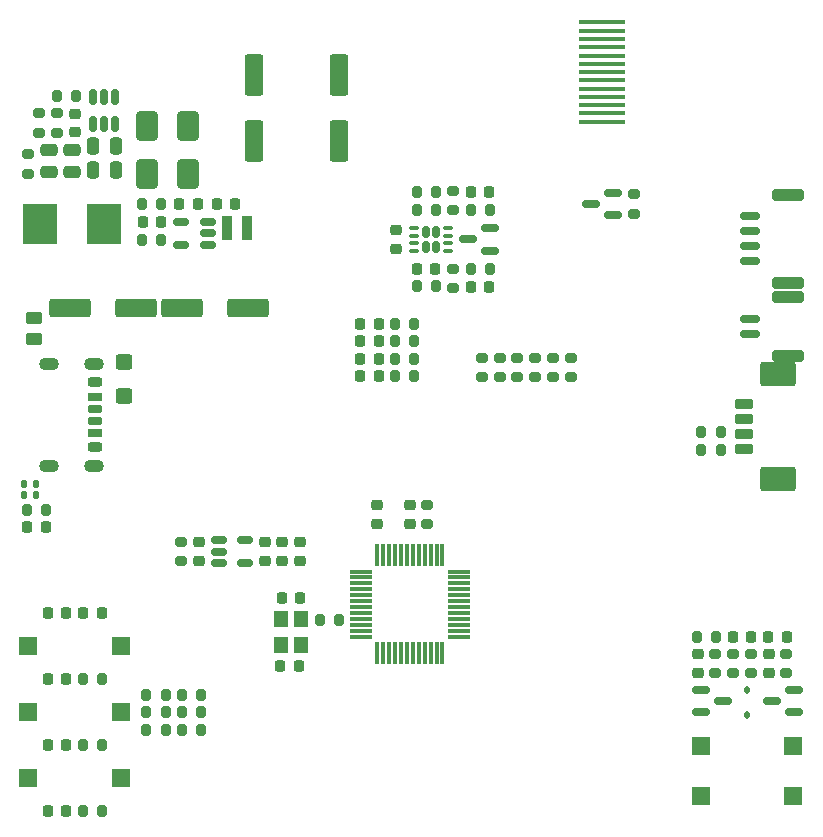
<source format=gtp>
G04 Layer: BottomSilkscreenLayer*
G04 EasyEDA v6.5.25, 2024-03-20 21:11:36*
G04 Gerber Generator version 0.2*
G04 Scale: 100 percent, Rotated: No, Reflected: No *
G04 Dimensions in millimeters  *
G04 leading zeros omitted , absolute positions ,3 integer and 6 decimal *
%TF.GenerationSoftware,KiCad,Pcbnew,8.0.3*%
%TF.CreationDate,2024-07-16T23:41:29+08:00*%
%TF.ProjectId,mspm0,6d73706d-302e-46b6-9963-61645f706362,rev?*%
%TF.SameCoordinates,Original*%
%TF.FileFunction,Paste,Top*%
%TF.FilePolarity,Positive*%
%FSLAX46Y46*%
G04 Gerber Fmt 4.6, Leading zero omitted, Abs format (unit mm)*
G04 Created by KiCad (PCBNEW 8.0.3) date 2024-07-16 23:41:29*
%MOMM*%
%LPD*%
G01*
G04 APERTURE LIST*
G04 Aperture macros list*
%AMRoundRect*
0 Rectangle with rounded corners*
0 $1 Rounding radius*
0 $2 $3 $4 $5 $6 $7 $8 $9 X,Y pos of 4 corners*
0 Add a 4 corners polygon primitive as box body*
4,1,4,$2,$3,$4,$5,$6,$7,$8,$9,$2,$3,0*
0 Add four circle primitives for the rounded corners*
1,1,$1+$1,$2,$3*
1,1,$1+$1,$4,$5*
1,1,$1+$1,$6,$7*
1,1,$1+$1,$8,$9*
0 Add four rect primitives between the rounded corners*
20,1,$1+$1,$2,$3,$4,$5,0*
20,1,$1+$1,$4,$5,$6,$7,0*
20,1,$1+$1,$6,$7,$8,$9,0*
20,1,$1+$1,$8,$9,$2,$3,0*%
G04 Aperture macros list end*
%ADD10RoundRect,0.225000X-0.250000X0.225000X-0.250000X-0.225000X0.250000X-0.225000X0.250000X0.225000X0*%
%ADD11O,4.000500X0.399000*%
%ADD12RoundRect,0.225000X-0.225000X-0.250000X0.225000X-0.250000X0.225000X0.250000X-0.225000X0.250000X0*%
%ADD13RoundRect,0.200000X0.200000X0.275000X-0.200000X0.275000X-0.200000X-0.275000X0.200000X-0.275000X0*%
%ADD14RoundRect,0.200000X0.275000X-0.200000X0.275000X0.200000X-0.275000X0.200000X-0.275000X-0.200000X0*%
%ADD15RoundRect,0.250000X0.450000X-0.400000X0.450000X0.400000X-0.450000X0.400000X-0.450000X-0.400000X0*%
%ADD16RoundRect,0.200000X-0.275000X0.200000X-0.275000X-0.200000X0.275000X-0.200000X0.275000X0.200000X0*%
%ADD17RoundRect,0.200000X-0.200000X-0.275000X0.200000X-0.275000X0.200000X0.275000X-0.200000X0.275000X0*%
%ADD18RoundRect,0.250000X0.250000X0.475000X-0.250000X0.475000X-0.250000X-0.475000X0.250000X-0.475000X0*%
%ADD19RoundRect,0.218750X0.218750X0.256250X-0.218750X0.256250X-0.218750X-0.256250X0.218750X-0.256250X0*%
%ADD20RoundRect,0.250000X-1.500000X-0.550000X1.500000X-0.550000X1.500000X0.550000X-1.500000X0.550000X0*%
%ADD21R,1.200000X1.400000*%
%ADD22RoundRect,0.225000X0.225000X0.250000X-0.225000X0.250000X-0.225000X-0.250000X0.225000X-0.250000X0*%
%ADD23R,0.850000X2.000000*%
%ADD24RoundRect,0.150000X0.587500X0.150000X-0.587500X0.150000X-0.587500X-0.150000X0.587500X-0.150000X0*%
%ADD25RoundRect,0.150000X-0.512500X-0.150000X0.512500X-0.150000X0.512500X0.150000X-0.512500X0.150000X0*%
%ADD26RoundRect,0.150000X0.512500X0.150000X-0.512500X0.150000X-0.512500X-0.150000X0.512500X-0.150000X0*%
%ADD27RoundRect,0.218750X-0.256250X0.218750X-0.256250X-0.218750X0.256250X-0.218750X0.256250X0.218750X0*%
%ADD28RoundRect,0.135000X0.135000X0.185000X-0.135000X0.185000X-0.135000X-0.185000X0.135000X-0.185000X0*%
%ADD29RoundRect,0.250000X-0.650000X1.000000X-0.650000X-1.000000X0.650000X-1.000000X0.650000X1.000000X0*%
%ADD30RoundRect,0.160000X-0.160000X-0.325000X0.160000X-0.325000X0.160000X0.325000X-0.160000X0.325000X0*%
%ADD31RoundRect,0.075000X-0.350000X-0.075000X0.350000X-0.075000X0.350000X0.075000X-0.350000X0.075000X0*%
%ADD32RoundRect,0.150000X0.150000X-0.512500X0.150000X0.512500X-0.150000X0.512500X-0.150000X-0.512500X0*%
%ADD33R,1.500000X1.500000*%
%ADD34RoundRect,0.250000X0.550000X-1.500000X0.550000X1.500000X-0.550000X1.500000X-0.550000X-1.500000X0*%
%ADD35RoundRect,0.250000X0.475000X-0.250000X0.475000X0.250000X-0.475000X0.250000X-0.475000X-0.250000X0*%
%ADD36RoundRect,0.250000X0.650000X-1.000000X0.650000X1.000000X-0.650000X1.000000X-0.650000X-1.000000X0*%
%ADD37RoundRect,0.150000X0.700000X-0.150000X0.700000X0.150000X-0.700000X0.150000X-0.700000X-0.150000X0*%
%ADD38RoundRect,0.250000X1.100000X-0.250000X1.100000X0.250000X-1.100000X0.250000X-1.100000X-0.250000X0*%
%ADD39RoundRect,0.250000X1.500000X0.550000X-1.500000X0.550000X-1.500000X-0.550000X1.500000X-0.550000X0*%
%ADD40RoundRect,0.225000X0.250000X-0.225000X0.250000X0.225000X-0.250000X0.225000X-0.250000X-0.225000X0*%
%ADD41RoundRect,0.150000X-0.587500X-0.150000X0.587500X-0.150000X0.587500X0.150000X-0.587500X0.150000X0*%
%ADD42RoundRect,0.250000X0.450000X-0.262500X0.450000X0.262500X-0.450000X0.262500X-0.450000X-0.262500X0*%
%ADD43R,2.950000X3.500000*%
%ADD44RoundRect,0.175000X-0.425000X0.175000X-0.425000X-0.175000X0.425000X-0.175000X0.425000X0.175000X0*%
%ADD45RoundRect,0.190000X0.410000X-0.190000X0.410000X0.190000X-0.410000X0.190000X-0.410000X-0.190000X0*%
%ADD46RoundRect,0.200000X0.400000X-0.200000X0.400000X0.200000X-0.400000X0.200000X-0.400000X-0.200000X0*%
%ADD47RoundRect,0.175000X0.425000X-0.175000X0.425000X0.175000X-0.425000X0.175000X-0.425000X-0.175000X0*%
%ADD48RoundRect,0.190000X-0.410000X0.190000X-0.410000X-0.190000X0.410000X-0.190000X0.410000X0.190000X0*%
%ADD49RoundRect,0.200000X-0.400000X0.200000X-0.400000X-0.200000X0.400000X-0.200000X0.400000X0.200000X0*%
%ADD50O,1.700000X1.100000*%
%ADD51RoundRect,0.200000X0.600000X-0.200000X0.600000X0.200000X-0.600000X0.200000X-0.600000X-0.200000X0*%
%ADD52RoundRect,0.250001X1.249999X-0.799999X1.249999X0.799999X-1.249999X0.799999X-1.249999X-0.799999X0*%
%ADD53R,1.955236X0.312473*%
%ADD54R,0.312473X1.955236*%
%ADD55RoundRect,0.112500X0.112500X-0.187500X0.112500X0.187500X-0.112500X0.187500X-0.112500X-0.187500X0*%
G04 APERTURE END LIST*
D10*
%TO.C,C4*%
X122224999Y-43324999D03*
X122224999Y-44874999D03*
%TD*%
D11*
%TO.C,S1*%
X166850250Y-44000500D03*
X166850250Y-43299500D03*
X166850250Y-42601000D03*
X166850250Y-41900000D03*
X166850250Y-41199000D03*
X166850250Y-40500500D03*
X166850250Y-39799500D03*
X166850250Y-39101000D03*
X166850250Y-38400000D03*
X166850250Y-37699000D03*
X166850250Y-37000500D03*
X166850250Y-36299500D03*
X166850250Y-35601000D03*
%TD*%
D12*
%TO.C,C28*%
X139625000Y-90100000D03*
X141175000Y-90100000D03*
%TD*%
D13*
%TO.C,R45*%
X124525000Y-96800000D03*
X122875000Y-96800000D03*
%TD*%
D14*
%TO.C,R3*%
X118224998Y-48399999D03*
X118224998Y-46749999D03*
%TD*%
D13*
%TO.C,R1*%
X122349999Y-41800000D03*
X120699999Y-41800000D03*
%TD*%
D15*
%TO.C,D8*%
X126400000Y-67250000D03*
X126400000Y-64350000D03*
%TD*%
D16*
%TO.C,R35*%
X177958400Y-89045000D03*
X177958400Y-90695000D03*
%TD*%
D17*
%TO.C,R9*%
X155731250Y-51468749D03*
X157381250Y-51468749D03*
%TD*%
D18*
%TO.C,C8*%
X125674999Y-48065000D03*
X123774999Y-48065000D03*
%TD*%
D19*
%TO.C,D5*%
X147966900Y-62603600D03*
X146391900Y-62603600D03*
%TD*%
D20*
%TO.C,C16*%
X121800000Y-59800000D03*
X127400000Y-59800000D03*
%TD*%
D16*
%TO.C,R34*%
X176458400Y-89045000D03*
X176458400Y-90695000D03*
%TD*%
D21*
%TO.C,Y1*%
X139650000Y-86100000D03*
X139650000Y-88300000D03*
X141350000Y-88300000D03*
X141350000Y-86100000D03*
%TD*%
D12*
%TO.C,C31*%
X119925000Y-102400000D03*
X121475000Y-102400000D03*
%TD*%
D22*
%TO.C,C25*%
X179483400Y-87653400D03*
X177933400Y-87653400D03*
%TD*%
D23*
%TO.C,L2*%
X136762499Y-53000000D03*
X135112499Y-53000000D03*
%TD*%
D24*
%TO.C,Q3*%
X183087500Y-94020000D03*
X183087500Y-92120000D03*
X181212500Y-93070000D03*
%TD*%
D16*
%TO.C,R19*%
X158200000Y-63975000D03*
X158200000Y-65625000D03*
%TD*%
D17*
%TO.C,R44*%
X131275000Y-95500000D03*
X132925000Y-95500000D03*
%TD*%
%TO.C,R4*%
X151156250Y-49931249D03*
X152806250Y-49931249D03*
%TD*%
D13*
%TO.C,R16*%
X150975000Y-62603600D03*
X149325000Y-62603600D03*
%TD*%
D25*
%TO.C,U5*%
X134400000Y-79450000D03*
X134400000Y-80400000D03*
X134400000Y-81350000D03*
X136675000Y-81350000D03*
X136675000Y-79450000D03*
%TD*%
D18*
%TO.C,C5*%
X125674999Y-46100000D03*
X123774999Y-46100000D03*
%TD*%
D26*
%TO.C,U3*%
X133475000Y-54400000D03*
X133475000Y-53450000D03*
X133475000Y-52500000D03*
X131200000Y-52500000D03*
X131200000Y-54400000D03*
%TD*%
D27*
%TO.C,D12*%
X180958400Y-89082501D03*
X180958400Y-90657501D03*
%TD*%
D10*
%TO.C,C21*%
X138337500Y-79625000D03*
X138337500Y-81175000D03*
%TD*%
D16*
%TO.C,R18*%
X156710000Y-63975000D03*
X156710000Y-65625000D03*
%TD*%
D17*
%TO.C,R41*%
X128275000Y-94000000D03*
X129925000Y-94000000D03*
%TD*%
%TO.C,R6*%
X127912500Y-51000000D03*
X129562500Y-51000000D03*
%TD*%
D14*
%TO.C,R37*%
X182458400Y-90695000D03*
X182458400Y-89045000D03*
%TD*%
D28*
%TO.C,R27*%
X118960000Y-74660001D03*
X117940000Y-74660001D03*
%TD*%
D12*
%TO.C,C30*%
X119925000Y-96800000D03*
X121475000Y-96800000D03*
%TD*%
D19*
%TO.C,D11*%
X124487500Y-85600000D03*
X122912500Y-85600000D03*
%TD*%
D22*
%TO.C,C14*%
X152756250Y-56468749D03*
X151206250Y-56468749D03*
%TD*%
D13*
%TO.C,R17*%
X150975000Y-64076800D03*
X149325000Y-64076800D03*
%TD*%
D17*
%TO.C,R33*%
X174883400Y-87653400D03*
X176533400Y-87653400D03*
%TD*%
D14*
%TO.C,C3*%
X119224999Y-44925000D03*
X119224999Y-43275000D03*
%TD*%
D29*
%TO.C,D1*%
X128300000Y-44399999D03*
X128300000Y-48400001D03*
%TD*%
D12*
%TO.C,C26*%
X180933400Y-87653400D03*
X182483400Y-87653400D03*
%TD*%
D30*
%TO.C,U4*%
X151968750Y-53368749D03*
X151968750Y-54568749D03*
X152768750Y-53368749D03*
X152768750Y-54568749D03*
D31*
X150918750Y-52993749D03*
X150918750Y-53643749D03*
X150918750Y-54293749D03*
X150918750Y-54943749D03*
X153818750Y-54943749D03*
X153818750Y-54293749D03*
X153818750Y-53643749D03*
X153818750Y-52993749D03*
%TD*%
D28*
%TO.C,R28*%
X118960000Y-75600000D03*
X117940000Y-75600000D03*
%TD*%
D13*
%TO.C,R46*%
X124525000Y-102400000D03*
X122875000Y-102400000D03*
%TD*%
D16*
%TO.C,R31*%
X131237500Y-79575000D03*
X131237500Y-81225000D03*
%TD*%
D13*
%TO.C,R38*%
X124525000Y-91200000D03*
X122875000Y-91200000D03*
%TD*%
D16*
%TO.C,R20*%
X159700000Y-63975000D03*
X159700000Y-65625000D03*
%TD*%
D17*
%TO.C,R39*%
X128275000Y-92500000D03*
X129925000Y-92500000D03*
%TD*%
D22*
%TO.C,C9*%
X157331250Y-49968749D03*
X155781250Y-49968749D03*
%TD*%
D32*
%TO.C,U2*%
X123764999Y-44187500D03*
X124714999Y-44187500D03*
X125664999Y-44187500D03*
X125664999Y-41912500D03*
X124714999Y-41912500D03*
X123764999Y-41912500D03*
%TD*%
D10*
%TO.C,C22*%
X139800000Y-79625000D03*
X139800000Y-81175000D03*
%TD*%
D33*
%TO.C,SW1*%
X118300000Y-88400000D03*
X126100000Y-88400000D03*
%TD*%
D34*
%TO.C,C1*%
X137400000Y-45650000D03*
X137400000Y-40050000D03*
%TD*%
D35*
%TO.C,C6*%
X120014999Y-48299999D03*
X120014999Y-46399999D03*
%TD*%
D22*
%TO.C,C11*%
X135812500Y-51000000D03*
X134262500Y-51000000D03*
%TD*%
D10*
%TO.C,C19*%
X150600000Y-76475000D03*
X150600000Y-78025000D03*
%TD*%
D33*
%TO.C,SW2*%
X118300000Y-94000000D03*
X126100000Y-94000000D03*
%TD*%
D36*
%TO.C,D2*%
X131800000Y-48400000D03*
X131800000Y-44400000D03*
%TD*%
D13*
%TO.C,R25*%
X176925000Y-70300000D03*
X175275000Y-70300000D03*
%TD*%
D10*
%TO.C,C13*%
X149456250Y-53193749D03*
X149456250Y-54743749D03*
%TD*%
D33*
%TO.C,SW5*%
X183050000Y-101070000D03*
X175250000Y-101070000D03*
%TD*%
D37*
%TO.C,J5*%
X179400000Y-55775000D03*
X179400000Y-54525000D03*
X179400000Y-53275000D03*
X179400000Y-52025000D03*
D38*
X182600000Y-57625000D03*
X182600000Y-50175000D03*
%TD*%
D13*
%TO.C,R11*%
X157381250Y-56468749D03*
X155731250Y-56468749D03*
%TD*%
D22*
%TO.C,C15*%
X157331250Y-57968749D03*
X155781250Y-57968749D03*
%TD*%
D13*
%TO.C,R10*%
X129562500Y-54000000D03*
X127912500Y-54000000D03*
%TD*%
D34*
%TO.C,C2*%
X144549999Y-45650000D03*
X144549999Y-40050000D03*
%TD*%
D17*
%TO.C,R42*%
X131275000Y-94000000D03*
X132925000Y-94000000D03*
%TD*%
D22*
%TO.C,C24*%
X141275000Y-84300000D03*
X139725000Y-84300000D03*
%TD*%
D19*
%TO.C,D9*%
X119787500Y-78350000D03*
X118212500Y-78350000D03*
%TD*%
D39*
%TO.C,C17*%
X136900000Y-59800000D03*
X131300000Y-59800000D03*
%TD*%
D16*
%TO.C,R2*%
X120724998Y-43274999D03*
X120724998Y-44924999D03*
%TD*%
D13*
%TO.C,R26*%
X176925000Y-71810001D03*
X175275000Y-71810001D03*
%TD*%
D17*
%TO.C,R43*%
X128275000Y-95500000D03*
X129925000Y-95500000D03*
%TD*%
D16*
%TO.C,R12*%
X154256250Y-56443749D03*
X154256250Y-58093749D03*
%TD*%
D19*
%TO.C,D7*%
X147966900Y-65552000D03*
X146391900Y-65552000D03*
%TD*%
D40*
%TO.C,C18*%
X147850000Y-78025000D03*
X147850000Y-76475000D03*
%TD*%
D41*
%TO.C,Q2*%
X175212500Y-92120000D03*
X175212500Y-94020000D03*
X177087500Y-93070000D03*
%TD*%
D42*
%TO.C,R15*%
X118800000Y-62425000D03*
X118800000Y-60600000D03*
%TD*%
D12*
%TO.C,C29*%
X119925000Y-91200000D03*
X121475000Y-91200000D03*
%TD*%
D24*
%TO.C,Q1*%
X167787500Y-51900000D03*
X167787500Y-50000000D03*
X165912500Y-50950000D03*
%TD*%
D10*
%TO.C,C20*%
X132737500Y-79625000D03*
X132737500Y-81175000D03*
%TD*%
D19*
%TO.C,D4*%
X147966900Y-61130400D03*
X146391900Y-61130400D03*
%TD*%
D16*
%TO.C,R23*%
X164200000Y-63975000D03*
X164200000Y-65625000D03*
%TD*%
D43*
%TO.C,L1*%
X124700000Y-52700000D03*
X119250000Y-52700000D03*
%TD*%
D19*
%TO.C,D10*%
X121487500Y-85600000D03*
X119912500Y-85600000D03*
%TD*%
D44*
%TO.C,J10*%
X123955000Y-68300000D03*
D45*
X123955000Y-70320000D03*
D46*
X123955000Y-71550000D03*
D47*
X123955000Y-69300000D03*
D48*
X123955000Y-67280000D03*
D49*
X123955000Y-66050000D03*
D50*
X123875000Y-64480000D03*
X120075000Y-64480000D03*
X123875000Y-73120000D03*
X120075000Y-73120000D03*
%TD*%
D17*
%TO.C,R13*%
X151156250Y-57931249D03*
X152806250Y-57931249D03*
%TD*%
D12*
%TO.C,C12*%
X127962500Y-52500000D03*
X129512500Y-52500000D03*
%TD*%
D33*
%TO.C,SW4*%
X118300000Y-99600000D03*
X126100000Y-99600000D03*
%TD*%
D10*
%TO.C,C23*%
X141250000Y-79625000D03*
X141250000Y-81175000D03*
%TD*%
D12*
%TO.C,C10*%
X131062500Y-51000000D03*
X132612500Y-51000000D03*
%TD*%
D19*
%TO.C,D6*%
X147966900Y-64076800D03*
X146391900Y-64076800D03*
%TD*%
D51*
%TO.C,J11*%
X178900000Y-71675000D03*
X178900000Y-70425000D03*
X178900000Y-69175000D03*
X178900000Y-67925000D03*
D52*
X181800000Y-74225000D03*
X181800000Y-65375000D03*
%TD*%
D16*
%TO.C,R30*%
X152059999Y-76425000D03*
X152059999Y-78075000D03*
%TD*%
D53*
%TO.C,U6*%
X146424517Y-82090000D03*
X146424517Y-82589999D03*
X146424517Y-83090001D03*
X146424517Y-83590000D03*
X146424517Y-84089999D03*
X146424517Y-84590000D03*
X146424517Y-85090000D03*
X146424517Y-85590001D03*
X146424517Y-86090000D03*
X146424517Y-86589999D03*
X146424517Y-87090001D03*
X146424517Y-87590000D03*
D54*
X147850000Y-89015483D03*
X148349999Y-89015483D03*
X148850001Y-89015483D03*
X149350000Y-89015483D03*
X149849999Y-89015483D03*
X150350000Y-89015483D03*
X150850000Y-89015483D03*
X151350001Y-89015483D03*
X151850000Y-89015483D03*
X152349999Y-89015483D03*
X152850001Y-89015483D03*
X153350000Y-89015483D03*
D53*
X154775483Y-87590000D03*
X154775483Y-87090001D03*
X154775483Y-86589999D03*
X154775483Y-86090000D03*
X154775483Y-85590001D03*
X154775483Y-85090000D03*
X154775483Y-84590000D03*
X154775483Y-84089999D03*
X154775483Y-83590000D03*
X154775483Y-83090001D03*
X154775483Y-82589999D03*
X154775483Y-82090000D03*
D54*
X153350000Y-80664517D03*
X152850001Y-80664517D03*
X152349999Y-80664517D03*
X151850000Y-80664517D03*
X151350001Y-80664517D03*
X150850000Y-80664517D03*
X150350000Y-80664517D03*
X149849999Y-80664517D03*
X149350000Y-80664517D03*
X148850001Y-80664517D03*
X148349999Y-80664517D03*
X147850000Y-80664517D03*
%TD*%
D16*
%TO.C,R7*%
X169550000Y-50125000D03*
X169550000Y-51775000D03*
%TD*%
D17*
%TO.C,R8*%
X151156250Y-51468749D03*
X152806250Y-51468749D03*
%TD*%
D24*
%TO.C,D3*%
X157393750Y-54918749D03*
X157393750Y-53018749D03*
X155518750Y-53968749D03*
%TD*%
D55*
%TO.C,D13*%
X179150000Y-94220000D03*
X179150000Y-92120000D03*
%TD*%
D13*
%TO.C,R24*%
X150975000Y-65550000D03*
X149325000Y-65550000D03*
%TD*%
D14*
%TO.C,R5*%
X154256250Y-51493749D03*
X154256250Y-49843749D03*
%TD*%
D35*
%TO.C,C7*%
X122024999Y-48300000D03*
X122024999Y-46400000D03*
%TD*%
D13*
%TO.C,R29*%
X119825000Y-76850000D03*
X118175000Y-76850000D03*
%TD*%
D37*
%TO.C,J8*%
X179400000Y-61975000D03*
X179400000Y-60725000D03*
D38*
X182600000Y-63825000D03*
X182600000Y-58875000D03*
%TD*%
D10*
%TO.C,C27*%
X174958400Y-89095000D03*
X174958400Y-90645000D03*
%TD*%
D17*
%TO.C,R32*%
X142975000Y-86200000D03*
X144625000Y-86200000D03*
%TD*%
%TO.C,R40*%
X131275000Y-92500000D03*
X132925000Y-92500000D03*
%TD*%
D16*
%TO.C,R22*%
X162700000Y-63975000D03*
X162700000Y-65625000D03*
%TD*%
D13*
%TO.C,R14*%
X150975000Y-61130400D03*
X149325000Y-61130400D03*
%TD*%
D33*
%TO.C,SW3*%
X183050000Y-96900000D03*
X175250000Y-96900000D03*
%TD*%
D16*
%TO.C,R21*%
X161200000Y-63975000D03*
X161200000Y-65625000D03*
%TD*%
%TO.C,R36*%
X179458400Y-89045000D03*
X179458400Y-90695000D03*
%TD*%
M02*

</source>
